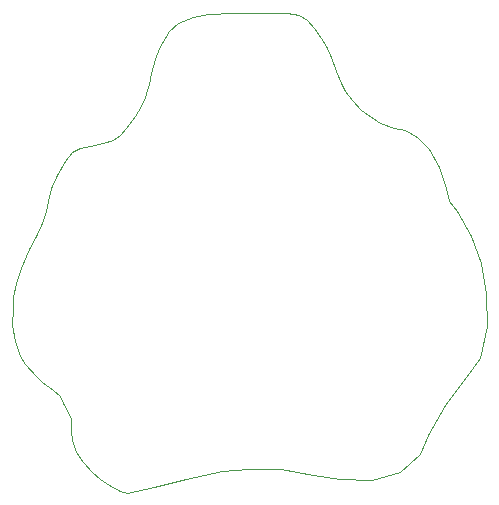
<source format=gm1>
G04 #@! TF.GenerationSoftware,KiCad,Pcbnew,9.0.2*
G04 #@! TF.CreationDate,2025-06-26T14:40:00-07:00*
G04 #@! TF.ProjectId,pawb_sao,70617762-5f73-4616-9f2e-6b696361645f,rev?*
G04 #@! TF.SameCoordinates,Original*
G04 #@! TF.FileFunction,Profile,NP*
%FSLAX46Y46*%
G04 Gerber Fmt 4.6, Leading zero omitted, Abs format (unit mm)*
G04 Created by KiCad (PCBNEW 9.0.2) date 2025-06-26 14:40:00*
%MOMM*%
%LPD*%
G01*
G04 APERTURE LIST*
G04 #@! TA.AperFunction,Profile*
%ADD10C,0.050000*%
G04 #@! TD*
G04 APERTURE END LIST*
D10*
X175260000Y-70080000D02*
X176240000Y-70270000D01*
X176930000Y-70650000D01*
X177510000Y-71340000D01*
X178150000Y-72220000D01*
X178500000Y-72850000D01*
X178950000Y-73800000D01*
X179410000Y-75010000D01*
X179820000Y-76050000D01*
X180160000Y-76710000D01*
X180740000Y-77450000D01*
X181500000Y-78260000D01*
X183070000Y-79390000D01*
X184260000Y-79860000D01*
X185220000Y-79980000D01*
X186260000Y-80610000D01*
X187220000Y-81620000D01*
X188130000Y-83140000D01*
X188690000Y-84930000D01*
X188980000Y-86000000D01*
X189620000Y-86820000D01*
X190840000Y-88940000D01*
X191660000Y-91250000D01*
X192060000Y-93850000D01*
X192140000Y-96570000D01*
X191580000Y-99260000D01*
X190410000Y-100870000D01*
X188630000Y-103250000D01*
X187210000Y-105790000D01*
X186540000Y-107390000D01*
X184830000Y-108980000D01*
X182410000Y-109620000D01*
X179700000Y-109510000D01*
X177450000Y-109190000D01*
X174700000Y-108720000D01*
X171910000Y-108680000D01*
X169720000Y-108900000D01*
X166650000Y-109580000D01*
X163990000Y-110190000D01*
X161690000Y-110700000D01*
X161140000Y-110530000D01*
X160170000Y-110080000D01*
X159440000Y-109560000D01*
X158690000Y-108980000D01*
X157970000Y-108070000D01*
X157360000Y-107250000D01*
X157000000Y-106200000D01*
X156990000Y-105410000D01*
X156910000Y-104500000D01*
X156580000Y-103740000D01*
X156310000Y-103080000D01*
X155990000Y-102510000D01*
X155460000Y-101980000D01*
X154530000Y-101300000D01*
X154000000Y-100790000D01*
X153070000Y-99840000D01*
X152660000Y-99120000D01*
X152180000Y-97860000D01*
X151970000Y-96530000D01*
X152030000Y-95030000D01*
X152080000Y-94130000D01*
X152310000Y-92950000D01*
X152710000Y-91670000D01*
X153110000Y-90630000D01*
X153420000Y-90040000D01*
X154000000Y-88980000D01*
X154500000Y-87900000D01*
X154800000Y-86890000D01*
X155040000Y-86010000D01*
X155270000Y-84930000D01*
X155750000Y-83810000D01*
X156410000Y-82580000D01*
X157030000Y-81820000D01*
X157720000Y-81480000D01*
X158560000Y-81310000D01*
X159620000Y-81130000D01*
X160480000Y-80880000D01*
X161110000Y-80440000D01*
X161630000Y-79820000D01*
X162330000Y-78810000D01*
X162850000Y-77970000D01*
X163210000Y-77220000D01*
X163420000Y-76590000D01*
X163570000Y-76080000D01*
X163730000Y-75180000D01*
X164050000Y-74020000D01*
X164430000Y-73040000D01*
X165260000Y-71590000D01*
X165990000Y-70960000D01*
X167250000Y-70440000D01*
X168580000Y-70170000D01*
X170550000Y-70110000D01*
X172480000Y-70060000D01*
X174020000Y-70050000D01*
X175260000Y-70080000D01*
M02*

</source>
